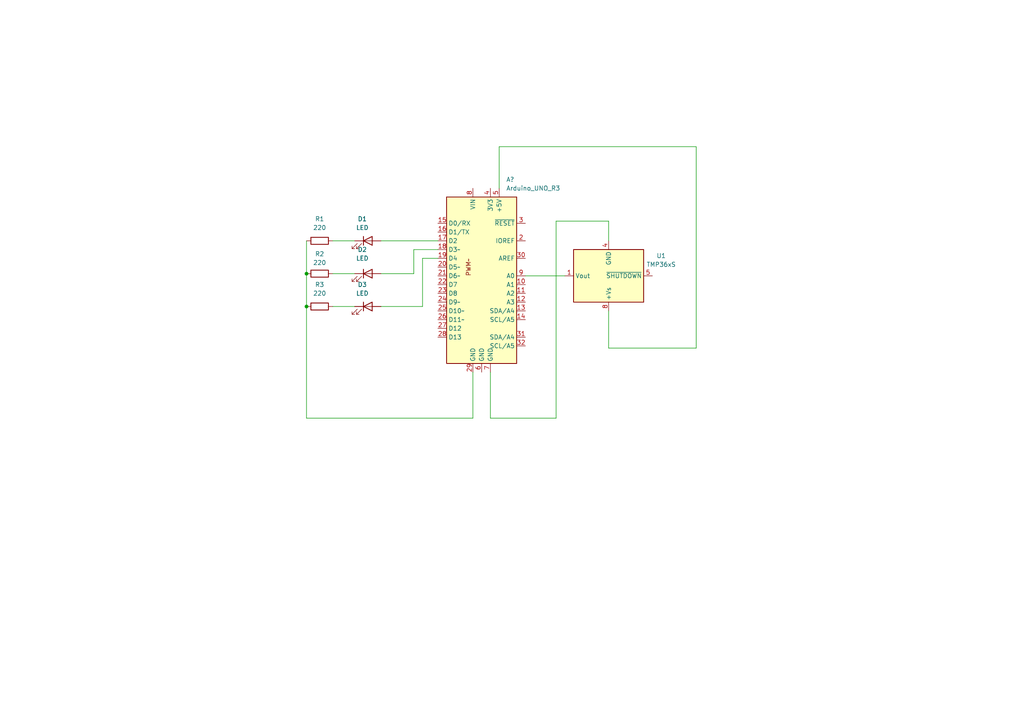
<source format=kicad_sch>
(kicad_sch (version 20211123) (generator eeschema)
  (paper "A4")
  (lib_symbols
    (symbol "Arduino:Arduino_UNO_R3"
      (property "Reference" "A" (at -10.16 23.495 0))
      (property "Value" "Arduino_UNO_R3" (at 5.08 -26.67 0))
      (symbol "Arduino_UNO_R3_0_0"
        (text "PWM~" (at -3.81 2.54 900) (effects (font (size 1.27 1.27))))
      )
      (symbol "Arduino_UNO_R3_0_1"
        (rectangle (start -10.16 22.86) (end 10.16 -25.4) (stroke (width 0.254)) (fill (type background)))
      )
      (symbol "Arduino_UNO_R3_1_1"
        (pin no_connect line (at -10.16 -20.32 0) (length 2.54) hide (name "NC") (number "1"))
        (pin bidirectional line (at 12.7 -2.54 180) (length 2.54) (name "A1") (number "10"))
        (pin bidirectional line (at 12.7 -5.08 180) (length 2.54) (name "A2") (number "11"))
        (pin bidirectional line (at 12.7 -7.62 180) (length 2.54) (name "A3") (number "12"))
        (pin bidirectional line (at 12.7 -10.16 180) (length 2.54) (name "SDA/A4") (number "13"))
        (pin bidirectional line (at 12.7 -12.7 180) (length 2.54) (name "SCL/A5") (number "14"))
        (pin bidirectional line (at -12.7 15.24 0) (length 2.54) (name "D0/RX") (number "15"))
        (pin bidirectional line (at -12.7 12.7 0) (length 2.54) (name "D1/TX") (number "16"))
        (pin bidirectional line (at -12.7 10.16 0) (length 2.54) (name "D2") (number "17"))
        (pin bidirectional line (at -12.7 7.62 0) (length 2.54) (name "D3~") (number "18"))
        (pin bidirectional line (at -12.7 5.08 0) (length 2.54) (name "D4") (number "19"))
        (pin output line (at 12.7 10.16 180) (length 2.54) (name "IOREF") (number "2"))
        (pin bidirectional line (at -12.7 2.54 0) (length 2.54) (name "D5~") (number "20"))
        (pin bidirectional line (at -12.7 0 0) (length 2.54) (name "D6~") (number "21"))
        (pin bidirectional line (at -12.7 -2.54 0) (length 2.54) (name "D7") (number "22"))
        (pin bidirectional line (at -12.7 -5.08 0) (length 2.54) (name "D8") (number "23"))
        (pin bidirectional line (at -12.7 -7.62 0) (length 2.54) (name "D9~") (number "24"))
        (pin bidirectional line (at -12.7 -10.16 0) (length 2.54) (name "D10~") (number "25"))
        (pin bidirectional line (at -12.7 -12.7 0) (length 2.54) (name "D11~") (number "26"))
        (pin bidirectional line (at -12.7 -15.24 0) (length 2.54) (name "D12") (number "27"))
        (pin bidirectional line (at -12.7 -17.78 0) (length 2.54) (name "D13") (number "28"))
        (pin power_in line (at -2.54 -27.94 90) (length 2.54) (name "GND") (number "29"))
        (pin input line (at 12.7 15.24 180) (length 2.54) (name "~{RESET}") (number "3"))
        (pin input line (at 12.7 5.08 180) (length 2.54) (name "AREF") (number "30"))
        (pin bidirectional line (at 12.7 -17.78 180) (length 2.54) (name "SDA/A4") (number "31"))
        (pin bidirectional line (at 12.7 -20.32 180) (length 2.54) (name "SCL/A5") (number "32"))
        (pin power_out line (at 2.54 25.4 270) (length 2.54) (name "3V3") (number "4"))
        (pin power_out line (at 5.08 25.4 270) (length 2.54) (name "+5V") (number "5"))
        (pin power_in line (at 0 -27.94 90) (length 2.54) (name "GND") (number "6"))
        (pin power_in line (at 2.54 -27.94 90) (length 2.54) (name "GND") (number "7"))
        (pin power_in line (at -2.54 25.4 270) (length 2.54) (name "VIN") (number "8"))
        (pin bidirectional line (at 12.7 0 180) (length 2.54) (name "A0") (number "9"))
      )
    )
    (symbol "Device:LED" (pin_numbers hide) (pin_names (offset 1.016) hide)
      (property "Reference" "D" (at 0 2.54 0))
      (property "Value" "LED" (at 0 -2.54 0))
      (symbol "LED_0_1"
        (polyline (pts (xy -1.27 -1.27) (xy -1.27 1.27)) (stroke (width 0.254)))
        (polyline (pts (xy -1.27 0) (xy 1.27 0)))
        (polyline (pts (xy 1.27 -1.27) (xy 1.27 1.27) (xy -1.27 0) (xy 1.27 -1.27)) (stroke (width 0.254)))
        (polyline (pts (xy -3.048 -0.762) (xy -4.572 -2.286) (xy -3.81 -2.286) (xy -4.572 -2.286) (xy -4.572 -1.524)))
        (polyline (pts (xy -1.778 -0.762) (xy -3.302 -2.286) (xy -2.54 -2.286) (xy -3.302 -2.286) (xy -3.302 -1.524)))
      )
      (symbol "LED_1_1"
        (pin passive line (at -3.81 0 0) (length 2.54) (name "K") (number "1"))
        (pin passive line (at 3.81 0 180) (length 2.54) (name "A") (number "2"))
      )
    )
    (symbol "Device:R" (pin_numbers hide) (pin_names (offset 0))
      (property "Reference" "R" (at 2.032 0 90))
      (property "Value" "R" (at 0 0 90))
      (symbol "R_0_1"
        (rectangle (start -1.016 -2.54) (end 1.016 2.54) (stroke (width 0.254)))
      )
      (symbol "R_1_1"
        (pin passive line (at 0 3.81 270) (length 1.27) (name "~") (number "1"))
        (pin passive line (at 0 -3.81 90) (length 1.27) (name "~") (number "2"))
      )
    )
    (symbol "Sensor_Temperature:TMP36xS"
      (property "Reference" "U" (at -8.89 8.89 0))
      (property "Value" "TMP36xS" (at 6.35 -8.89 0))
      (symbol "TMP36xS_0_1"
        (rectangle (start -10.16 7.62) (end 10.16 -7.62) (stroke (width 0.254)) (fill (type background)))
      )
      (symbol "TMP36xS_1_1"
        (pin output line (at 12.7 0 180) (length 2.54) (name "Vout") (number "1"))
        (pin power_in line (at 0 -10.16 90) (length 2.54) (name "GND") (number "4"))
        (pin input line (at -12.7 0 0) (length 2.54) (name "~{SHUTDOWN}") (number "5"))
        (pin power_in line (at 0 10.16 270) (length 2.54) (name "+Vs") (number "8"))
      )
    )
  )
  (junction (at 88.9 79.375))
  (junction (at 88.9 88.9))
  (wire (pts (xy 201.93 100.965) (xy 176.53 100.965)))
  (wire (pts (xy 88.9 79.375) (xy 88.9 88.9)))
  (wire (pts (xy 152.4 80.01) (xy 163.83 80.01)))
  (wire (pts (xy 176.53 100.965) (xy 176.53 90.17)))
  (wire (pts (xy 122.555 74.93) (xy 127 74.93)))
  (wire (pts (xy 110.49 88.9) (xy 122.555 88.9)))
  (wire (pts (xy 96.52 79.375) (xy 102.87 79.375)))
  (wire (pts (xy 176.53 64.135) (xy 176.53 69.85)))
  (wire (pts (xy 144.78 42.545) (xy 144.78 54.61)))
  (wire (pts (xy 122.555 88.9) (xy 122.555 74.93)))
  (wire (pts (xy 161.29 64.135) (xy 176.53 64.135)))
  (wire (pts (xy 142.24 107.95) (xy 142.24 121.285)))
  (wire (pts (xy 88.9 69.85) (xy 88.9 79.375)))
  (wire (pts (xy 201.93 42.545) (xy 201.93 100.965)))
  (wire (pts (xy 110.49 69.85) (xy 127 69.85)))
  (wire (pts (xy 110.49 79.375) (xy 120.015 79.375)))
  (wire (pts (xy 88.9 121.285) (xy 137.16 121.285)))
  (wire (pts (xy 120.015 79.375) (xy 120.015 72.39)))
  (wire (pts (xy 96.52 88.9) (xy 102.87 88.9)))
  (wire (pts (xy 142.24 121.285) (xy 161.29 121.285)))
  (wire (pts (xy 88.9 88.9) (xy 88.9 121.285)))
  (wire (pts (xy 137.16 121.285) (xy 137.16 107.95)))
  (wire (pts (xy 96.52 69.85) (xy 102.87 69.85)))
  (wire (pts (xy 161.29 121.285) (xy 161.29 64.135)))
  (wire (pts (xy 144.78 42.545) (xy 201.93 42.545)))
  (wire (pts (xy 120.015 72.39) (xy 127 72.39)))
  (symbol (lib_id "Sensor_Temperature:TMP36xS") (at 176.53 80.01 180) (unit 1)
    (property "Reference" "U1" (at 191.77 74.1805 0))
    (property "Value" "TMP36xS" (at 191.77 76.7205 0))
    (property "Footprint" "Package_SO:SOIC-8_3.9x4.9mm_P1.27mm" (effects hide))
    (property "Datasheet" "https://www.analog.com/media/en/technical-documentation/data-sheets/TMP35_36_37.pdf" (effects hide))
  )
  (symbol (lib_id "Device:R") (at 92.71 88.9 270) (unit 1)
    (property "Reference" "R3" (at 92.71 82.55 90))
    (property "Value" "220" (at 92.71 85.09 90))
  )
  (symbol (lib_id "Arduino:Arduino_UNO_R3") (at 139.7 80.01 0) (unit 1)
    (property "Reference" "A?" (at 146.7994 52.07 0) (effects (justify left)))
    (property "Value" "Arduino_UNO_R3" (at 146.7994 54.61 0) (effects (justify left)))
    (property "Footprint" "Module:Arduino_UNO_R3" (effects hide))
    (property "Datasheet" "https://www.arduino.cc/en/Main/arduinoBoardUno" (effects hide))
  )
  (symbol (lib_id "Device:R") (at 92.71 69.85 270) (unit 1)
    (property "Reference" "R1" (at 92.71 63.5 90))
    (property "Value" "220" (at 92.71 66.04 90))
  )
  (symbol (lib_id "Device:LED") (at 106.68 88.9 0) (unit 1)
    (property "Reference" "D3" (at 105.0925 82.55 0))
    (property "Value" "LED" (at 105.0925 85.09 0))
  )
  (symbol (lib_id "Device:R") (at 92.71 79.375 270) (unit 1)
    (property "Reference" "R2" (at 92.71 73.66 90))
    (property "Value" "220" (at 92.71 76.2 90))
  )
  (symbol (lib_id "Device:LED") (at 106.68 69.85 0) (unit 1)
    (property "Reference" "D1" (at 105.0925 63.5 0))
    (property "Value" "LED" (at 105.0925 66.04 0))
  )
  (symbol (lib_id "Device:LED") (at 106.68 79.375 0) (unit 1)
    (property "Reference" "D2" (at 105.0925 72.39 0))
    (property "Value" "LED" (at 105.0925 74.93 0))
  )
)
</source>
